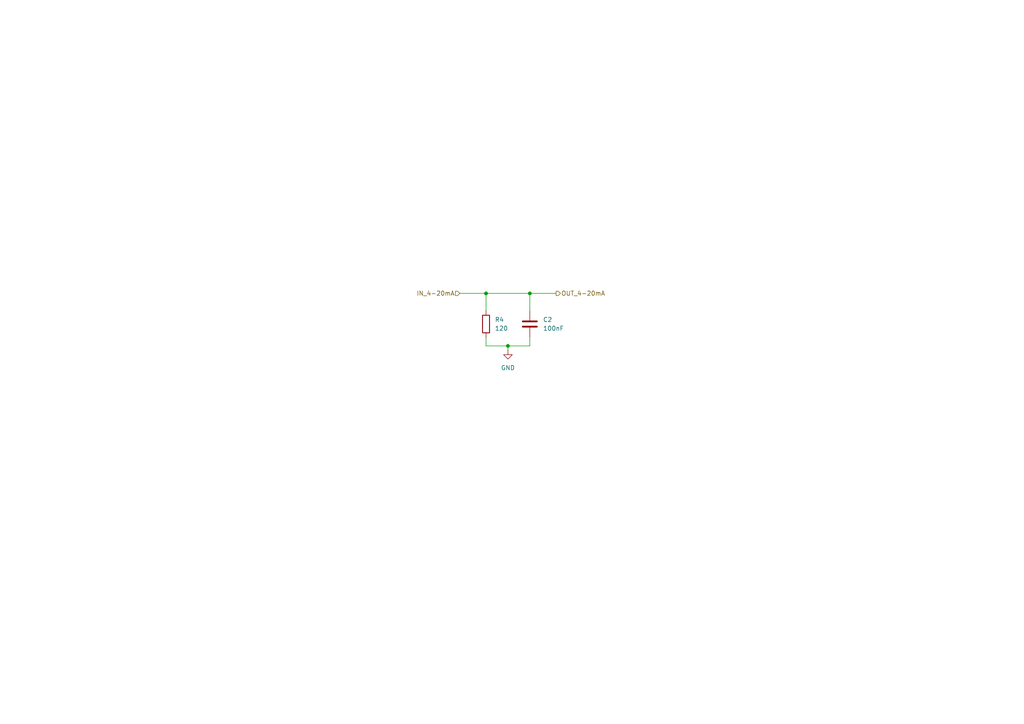
<source format=kicad_sch>
(kicad_sch (version 20250114) (generator "eeschema") (generator_version "9.0")
  (paper "A4")
  (lib_symbols
    (symbol "Device:C" (pin_numbers (hide yes)) (pin_names (offset 0.254))
      (property "Reference" "C" (at 0.635 2.54 0))
      (property "Value" "C" (at 0.635 -2.54 0))
      (symbol "C_0_1"
        (polyline (pts (xy -2.032 0.762) (xy 2.032 0.762)) (stroke (width 0.508)))
        (polyline (pts (xy -2.032 -0.762) (xy 2.032 -0.762)) (stroke (width 0.508)))
      )
      (symbol "C_1_1"
        (pin passive line (at 0 3.81 270) (length 2.794) (name "~") (number "1"))
        (pin passive line (at 0 -3.81 90) (length 2.794) (name "~") (number "2"))
      )
    )
    (symbol "Device:R" (pin_numbers (hide yes)) (pin_names (offset 0))
      (property "Reference" "R" (at 2.032 0 90))
      (property "Value" "R" (at 0 0 90))
      (symbol "R_0_1"
        (rectangle (start -1.016 -2.54) (end 1.016 2.54) (stroke (width 0.254)))
      )
      (symbol "R_1_1"
        (pin passive line (at 0 3.81 270) (length 1.27) (name "~") (number "1"))
        (pin passive line (at 0 -3.81 90) (length 1.27) (name "~") (number "2"))
      )
    )
    (symbol "power:GND" (power) (pin_numbers (hide yes)) (pin_names (offset 0) (hide yes))
      (property "Value" "GND" (at 0 -3.81 0))
      (symbol "GND_0_1"
        (polyline (pts (xy 0 0) (xy 0 -1.27) (xy 1.27 -1.27) (xy 0 -2.54) (xy -1.27 -1.27) (xy 0 -1.27)))
      )
      (symbol "GND_1_1"
        (pin power_in line (at 0 0 270) (length 0) (name "~") (number "1"))
      )
    )
  )
  (junction (at 147.32 100.33))
  (junction (at 140.97 85.09))
  (junction (at 153.67 85.09))
  (wire (pts (xy 133.35 85.09) (xy 140.97 85.09)))
  (wire (pts (xy 140.97 85.09) (xy 153.67 85.09)))
  (wire (pts (xy 153.67 100.33) (xy 147.32 100.33)))
  (wire (pts (xy 147.32 100.33) (xy 140.97 100.33)))
  (wire (pts (xy 153.67 85.09) (xy 153.67 90.17)))
  (wire (pts (xy 147.32 100.33) (xy 147.32 101.6)))
  (wire (pts (xy 153.67 97.79) (xy 153.67 100.33)))
  (wire (pts (xy 140.97 100.33) (xy 140.97 97.79)))
  (wire (pts (xy 153.67 85.09) (xy 161.29 85.09)))
  (wire (pts (xy 140.97 85.09) (xy 140.97 90.17)))
  (hierarchical_label "IN_4-20mA" (shape input) (at 133.35 85.09 180))
  (hierarchical_label "OUT_4-20mA" (shape output) (at 161.29 85.09 0))
  (symbol (lib_id "power:GND") (at 147.32 101.6 0) (unit 1)
    (property "Reference" "#PWR016" (effects (hide yes)))
    (property "Value" "GND" (at 147.32 106.68 0))
    (property "Description" "Power symbol creates a global label with name \"GND\" , ground" (effects (hide yes)))
  )
  (symbol (lib_id "Device:C") (at 153.67 93.98 0) (unit 1)
    (property "Reference" "C2" (at 157.48 92.7099 0) (effects (justify left)))
    (property "Value" "100nF" (at 157.48 95.2499 0) (effects (justify left)))
    (property "Description" "Unpolarized capacitor" (effects (hide yes)))
  )
  (symbol (lib_id "Device:R") (at 140.97 93.98 0) (unit 1)
    (property "Reference" "R4" (at 143.51 92.7099 0) (effects (justify left)))
    (property "Value" "120" (at 143.51 95.2499 0) (effects (justify left)))
    (property "Description" "Resistor" (effects (hide yes)))
  )
)
</source>
